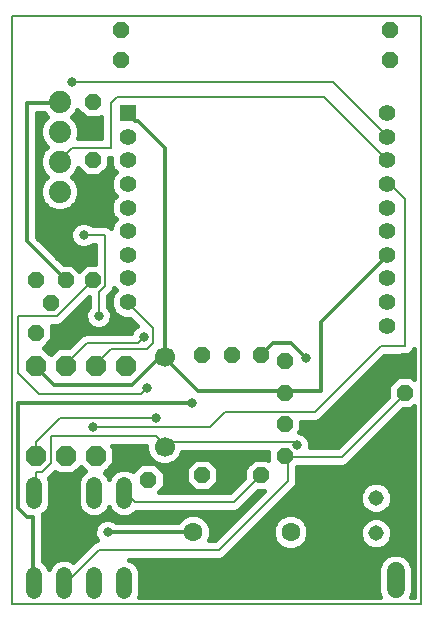
<source format=gbl>
G75*
%MOIN*%
%OFA0B0*%
%FSLAX24Y24*%
%IPPOS*%
%LPD*%
%AMOC8*
5,1,8,0,0,1.08239X$1,22.5*
%
%ADD10C,0.0080*%
%ADD11C,0.0560*%
%ADD12R,0.0560X0.0560*%
%ADD13C,0.0740*%
%ADD14OC8,0.0680*%
%ADD15OC8,0.0560*%
%ADD16OC8,0.0520*%
%ADD17C,0.0600*%
%ADD18C,0.0515*%
%ADD19C,0.0669*%
%ADD20OC8,0.0630*%
%ADD21C,0.0630*%
%ADD22C,0.0520*%
%ADD23C,0.0120*%
%ADD24C,0.0320*%
%ADD25C,0.0160*%
D10*
X002979Y000787D02*
X002979Y020387D01*
X016629Y020387D01*
X016629Y000787D01*
X002979Y000787D01*
X004729Y001487D02*
X004779Y001487D01*
X005879Y002587D01*
X009879Y002587D01*
X012179Y004887D01*
X012179Y005687D01*
X012079Y005737D01*
X012079Y005687D01*
X012179Y005687D01*
X013979Y005687D01*
X016079Y007787D01*
X016079Y007837D01*
X016079Y009387D02*
X015279Y009387D01*
X013079Y007187D01*
X010079Y007187D01*
X009579Y006687D01*
X005679Y006687D01*
X004579Y006987D02*
X003779Y006187D01*
X003779Y005737D01*
X003779Y005187D02*
X003979Y005187D01*
X004279Y005487D01*
X004279Y006387D01*
X007779Y006387D01*
X008079Y006087D01*
X008079Y006037D01*
X008079Y006087D02*
X008179Y006187D01*
X012379Y006187D01*
X012479Y006087D01*
X011279Y005087D02*
X010379Y004187D01*
X007079Y004187D01*
X006779Y004487D01*
X006729Y004487D01*
X007779Y006987D02*
X004579Y006987D01*
X003879Y007787D02*
X003179Y008487D01*
X003179Y010387D01*
X004479Y010387D01*
X005679Y011587D01*
X006079Y011387D02*
X005879Y011187D01*
X005879Y010387D01*
X005479Y009487D02*
X007179Y009487D01*
X007379Y009687D01*
X007679Y009487D02*
X007479Y009287D01*
X006279Y009287D01*
X005779Y008787D01*
X005779Y008737D01*
X005479Y009487D02*
X004779Y008787D01*
X004779Y008737D01*
X003879Y007787D02*
X007279Y007787D01*
X007479Y007987D01*
X007679Y009487D02*
X007679Y009987D01*
X006879Y010787D01*
X006848Y010854D01*
X006079Y011387D02*
X006079Y013087D01*
X005379Y013087D01*
X004579Y015537D02*
X004579Y015587D01*
X004979Y015987D01*
X006279Y015987D01*
X006279Y017487D01*
X006479Y017687D01*
X013379Y017687D01*
X015479Y015587D01*
X015510Y015578D01*
X015510Y014791D02*
X015579Y014787D01*
X016079Y014287D01*
X016079Y009387D01*
X015510Y016365D02*
X015479Y016387D01*
X013679Y018187D01*
X004979Y018187D01*
X003779Y005187D02*
X003779Y004487D01*
X003729Y004487D01*
D11*
X006848Y010066D03*
X006848Y010854D03*
X006848Y011641D03*
X006848Y012428D03*
X006848Y013216D03*
X006848Y014003D03*
X006848Y014791D03*
X006848Y015578D03*
X006848Y016365D03*
X015510Y016365D03*
X015510Y017153D03*
X015510Y015578D03*
X015510Y014791D03*
X015510Y014003D03*
X015510Y013216D03*
X015510Y012428D03*
X015510Y011641D03*
X015510Y010854D03*
X015510Y010066D03*
D12*
X006848Y017153D03*
D13*
X004579Y017537D03*
X004579Y016537D03*
X004579Y015537D03*
X004579Y014537D03*
X004579Y013537D03*
D14*
X004779Y008737D03*
X003779Y008737D03*
X005779Y008737D03*
X006779Y008737D03*
X006779Y005737D03*
X005779Y005737D03*
X004779Y005737D03*
X003779Y005737D03*
D15*
X003779Y009837D03*
X004779Y009837D03*
X007529Y004937D03*
X008529Y004937D03*
X005679Y016537D03*
X005679Y017537D03*
D16*
X006629Y018937D03*
X006629Y019937D03*
X005679Y015587D03*
X005679Y011587D03*
X004779Y011587D03*
X004279Y010837D03*
X003779Y011587D03*
X009329Y009087D03*
X010329Y009087D03*
X011279Y009087D03*
X012079Y008887D03*
X012079Y007837D03*
X012079Y006787D03*
X012079Y005737D03*
X011279Y005087D03*
X010329Y005087D03*
X009329Y005087D03*
X016079Y005737D03*
X016079Y006787D03*
X016079Y007837D03*
X016079Y008887D03*
X015579Y018937D03*
X015579Y019937D03*
D17*
X015779Y001887D02*
X015779Y001287D01*
X014779Y001287D02*
X014779Y001887D01*
D18*
X015129Y003147D03*
X015129Y004328D03*
D19*
X008079Y006037D03*
X008079Y009037D03*
D20*
X009029Y001787D03*
X012279Y001787D03*
D21*
X012279Y003187D03*
X009029Y003187D03*
D22*
X006729Y004227D02*
X006729Y004747D01*
X005729Y004747D02*
X005729Y004227D01*
X004729Y004227D02*
X004729Y004747D01*
X003729Y004747D02*
X003729Y004227D01*
X003729Y001747D02*
X003729Y001227D01*
X004729Y001227D02*
X004729Y001747D01*
X005729Y001747D02*
X005729Y001227D01*
X006729Y001227D02*
X006729Y001747D01*
D23*
X006179Y003187D02*
X009029Y003187D01*
X008179Y003687D02*
X004779Y003687D01*
X004779Y004487D01*
X004729Y004487D01*
X003679Y003687D02*
X003479Y003687D01*
X003179Y003987D01*
X003179Y007487D01*
X008979Y007487D01*
X009179Y007887D02*
X012079Y007887D01*
X012079Y007837D01*
X012079Y007887D02*
X013279Y007887D01*
X013279Y010187D01*
X015479Y012387D01*
X015510Y012428D01*
X012279Y009487D02*
X012779Y008987D01*
X012279Y009487D02*
X011679Y009487D01*
X011279Y009087D01*
X009179Y007887D02*
X008079Y008987D01*
X008079Y009037D01*
X008079Y015987D01*
X007179Y016887D01*
X007079Y016887D01*
X006879Y017087D01*
X006848Y017153D01*
X004579Y017487D02*
X004579Y017537D01*
X004579Y017487D02*
X003479Y017487D01*
X003479Y012887D01*
X004779Y011587D01*
X004779Y009887D02*
X004779Y009837D01*
X004779Y009887D02*
X006679Y009887D01*
X006779Y009987D01*
X006848Y010066D01*
X007879Y008987D02*
X008079Y008987D01*
X007879Y008987D02*
X006979Y008087D01*
X004379Y008087D01*
X003779Y008687D01*
X003779Y008737D01*
X006779Y005737D02*
X006779Y005687D01*
X006979Y005487D01*
X007779Y005487D01*
X008279Y004987D01*
X008479Y004987D01*
X008529Y004937D01*
X008979Y004487D01*
X009679Y004487D01*
X010279Y005087D01*
X010329Y005087D01*
X012279Y001787D02*
X014579Y001787D01*
X014679Y001687D01*
X014779Y001587D01*
X014679Y001687D02*
X015479Y002487D01*
X016079Y002487D01*
X016079Y005737D01*
X006279Y013587D02*
X004579Y013587D01*
X004579Y013537D01*
X003679Y003687D02*
X003679Y001487D01*
X003729Y001487D01*
D24*
X006179Y003187D03*
X008179Y003687D03*
X007779Y006987D03*
X007479Y007987D03*
X007379Y009687D03*
X005879Y010387D03*
X005379Y013087D03*
X006279Y013587D03*
X004979Y018187D03*
X012779Y008987D03*
X012479Y006087D03*
X008979Y007487D03*
X005679Y006687D03*
D25*
X006326Y006067D02*
X007464Y006067D01*
X007464Y005915D01*
X007558Y005689D01*
X007731Y005516D01*
X007957Y005423D01*
X008201Y005423D01*
X008427Y005516D01*
X008600Y005689D01*
X008674Y005867D01*
X011539Y005867D01*
X011539Y005591D01*
X011503Y005627D01*
X011055Y005627D01*
X010739Y005311D01*
X010739Y005000D01*
X010246Y004507D01*
X007891Y004507D01*
X008089Y004705D01*
X008089Y005169D01*
X007761Y005497D01*
X007297Y005497D01*
X007014Y005214D01*
X006836Y005287D01*
X006622Y005287D01*
X006423Y005205D01*
X006123Y005205D01*
X006079Y005161D02*
X006399Y005481D01*
X006399Y005994D01*
X006326Y006067D01*
X006396Y005997D02*
X007464Y005997D01*
X007496Y005839D02*
X006399Y005839D01*
X006399Y005680D02*
X007567Y005680D01*
X007725Y005522D02*
X006399Y005522D01*
X006282Y005363D02*
X007163Y005363D01*
X007895Y005363D02*
X008841Y005363D01*
X008789Y005311D02*
X008789Y004864D01*
X009105Y004547D01*
X009553Y004547D01*
X009869Y004864D01*
X009869Y005311D01*
X009553Y005627D01*
X009105Y005627D01*
X008789Y005311D01*
X008789Y005205D02*
X008053Y005205D01*
X008089Y005046D02*
X008789Y005046D01*
X008789Y004888D02*
X008089Y004888D01*
X008089Y004729D02*
X008923Y004729D01*
X009082Y004571D02*
X007954Y004571D01*
X008433Y005522D02*
X009000Y005522D01*
X008591Y005680D02*
X011539Y005680D01*
X011539Y005839D02*
X008662Y005839D01*
X009576Y004571D02*
X010310Y004571D01*
X010468Y004729D02*
X009735Y004729D01*
X009869Y004888D02*
X010627Y004888D01*
X010739Y005046D02*
X009869Y005046D01*
X009869Y005205D02*
X010739Y005205D01*
X010791Y005363D02*
X009817Y005363D01*
X009658Y005522D02*
X010950Y005522D01*
X011192Y004547D02*
X011386Y004547D01*
X009746Y002907D01*
X009557Y002907D01*
X009624Y003069D01*
X009624Y003306D01*
X009533Y003524D01*
X009366Y003692D01*
X009147Y003782D01*
X008911Y003782D01*
X008692Y003692D01*
X008528Y003527D01*
X006461Y003527D01*
X006428Y003560D01*
X006267Y003627D01*
X006092Y003627D01*
X005930Y003560D01*
X005806Y003437D01*
X005739Y003275D01*
X005739Y003100D01*
X005806Y002938D01*
X005837Y002907D01*
X005815Y002907D01*
X005698Y002859D01*
X005608Y002769D01*
X005040Y002201D01*
X005035Y002205D01*
X004836Y002287D01*
X004622Y002287D01*
X004423Y002205D01*
X004271Y002053D01*
X004229Y001951D01*
X004187Y002053D01*
X004035Y002205D01*
X004019Y002212D01*
X004019Y003755D01*
X004016Y003762D01*
X004035Y003770D01*
X004187Y003922D01*
X004269Y004120D01*
X004269Y004855D01*
X004219Y004975D01*
X004442Y005198D01*
X004522Y005117D01*
X005036Y005117D01*
X005279Y005361D01*
X005431Y005209D01*
X005423Y005205D01*
X005123Y005205D01*
X005271Y005053D02*
X005189Y004855D01*
X005189Y004120D01*
X005271Y003922D01*
X005423Y003770D01*
X005622Y003687D01*
X005836Y003687D01*
X006035Y003770D01*
X006187Y003922D01*
X006229Y004023D01*
X006271Y003922D01*
X006423Y003770D01*
X006622Y003687D01*
X006836Y003687D01*
X007035Y003770D01*
X007133Y003867D01*
X010443Y003867D01*
X010560Y003916D01*
X011192Y004547D01*
X011251Y004412D02*
X011057Y004412D01*
X011093Y004254D02*
X010898Y004254D01*
X010934Y004095D02*
X010740Y004095D01*
X010776Y003937D02*
X010581Y003937D01*
X010617Y003778D02*
X009157Y003778D01*
X008901Y003778D02*
X007044Y003778D01*
X006414Y003778D02*
X006044Y003778D01*
X006073Y003620D02*
X004019Y003620D01*
X004019Y003461D02*
X005831Y003461D01*
X005751Y003303D02*
X004019Y003303D01*
X004019Y003144D02*
X005739Y003144D01*
X005786Y002986D02*
X004019Y002986D01*
X004019Y002827D02*
X005666Y002827D01*
X005508Y002669D02*
X004019Y002669D01*
X004019Y002510D02*
X005349Y002510D01*
X005191Y002352D02*
X004019Y002352D01*
X004047Y002193D02*
X004411Y002193D01*
X004264Y002035D02*
X004194Y002035D01*
X004044Y003778D02*
X005414Y003778D01*
X005265Y003937D02*
X004193Y003937D01*
X004259Y004095D02*
X005199Y004095D01*
X005189Y004254D02*
X004269Y004254D01*
X004269Y004412D02*
X005189Y004412D01*
X005189Y004571D02*
X004269Y004571D01*
X004269Y004729D02*
X005189Y004729D01*
X005203Y004888D02*
X004255Y004888D01*
X004291Y005046D02*
X005268Y005046D01*
X005271Y005053D02*
X005423Y005205D01*
X006079Y005161D02*
X006187Y005053D01*
X006229Y004951D01*
X006271Y005053D01*
X006423Y005205D01*
X006268Y005046D02*
X006190Y005046D01*
X006193Y003937D02*
X006265Y003937D01*
X006285Y003620D02*
X008620Y003620D01*
X009438Y003620D02*
X010459Y003620D01*
X010300Y003461D02*
X009560Y003461D01*
X009624Y003303D02*
X010142Y003303D01*
X009983Y003144D02*
X009624Y003144D01*
X009590Y002986D02*
X009825Y002986D01*
X010255Y002510D02*
X016389Y002510D01*
X016389Y002352D02*
X016135Y002352D01*
X016108Y002379D02*
X015894Y002467D01*
X015664Y002467D01*
X015450Y002379D01*
X015287Y002216D01*
X015199Y002003D01*
X015199Y001172D01*
X015259Y001027D01*
X007231Y001027D01*
X007269Y001120D01*
X007269Y001855D01*
X007187Y002053D01*
X007035Y002205D01*
X006885Y002267D01*
X009943Y002267D01*
X010060Y002316D01*
X012360Y004616D01*
X012450Y004706D01*
X012499Y004824D01*
X012499Y005367D01*
X014043Y005367D01*
X014160Y005416D01*
X014250Y005506D01*
X016042Y007297D01*
X016303Y007297D01*
X016389Y007384D01*
X016389Y001027D01*
X016299Y001027D01*
X016359Y001172D01*
X016359Y002003D01*
X016271Y002216D01*
X016108Y002379D01*
X016280Y002193D02*
X016389Y002193D01*
X016389Y002035D02*
X016346Y002035D01*
X016359Y001876D02*
X016389Y001876D01*
X016389Y001718D02*
X016359Y001718D01*
X016359Y001559D02*
X016389Y001559D01*
X016389Y001401D02*
X016359Y001401D01*
X016359Y001242D02*
X016389Y001242D01*
X016389Y001084D02*
X016323Y001084D01*
X015236Y001084D02*
X007254Y001084D01*
X007269Y001242D02*
X015199Y001242D01*
X015199Y001401D02*
X007269Y001401D01*
X007269Y001559D02*
X015199Y001559D01*
X015199Y001718D02*
X007269Y001718D01*
X007260Y001876D02*
X015199Y001876D01*
X015212Y002035D02*
X007194Y002035D01*
X007047Y002193D02*
X015278Y002193D01*
X015423Y002352D02*
X010096Y002352D01*
X010413Y002669D02*
X011976Y002669D01*
X011942Y002683D02*
X012161Y002592D01*
X012397Y002592D01*
X012616Y002683D01*
X012783Y002850D01*
X012874Y003069D01*
X012874Y003306D01*
X012783Y003524D01*
X012616Y003692D01*
X012397Y003782D01*
X012161Y003782D01*
X011942Y003692D01*
X011775Y003524D01*
X011684Y003306D01*
X011684Y003069D01*
X011775Y002850D01*
X011942Y002683D01*
X011798Y002827D02*
X010572Y002827D01*
X010730Y002986D02*
X011718Y002986D01*
X011684Y003144D02*
X010889Y003144D01*
X011047Y003303D02*
X011684Y003303D01*
X011749Y003461D02*
X011206Y003461D01*
X011364Y003620D02*
X011870Y003620D01*
X012151Y003778D02*
X011523Y003778D01*
X011681Y003937D02*
X014760Y003937D01*
X014825Y003872D02*
X014673Y004024D01*
X014592Y004221D01*
X014592Y004435D01*
X014673Y004632D01*
X014825Y004784D01*
X015022Y004865D01*
X015236Y004865D01*
X015433Y004784D01*
X015585Y004632D01*
X015667Y004435D01*
X015667Y004221D01*
X015585Y004024D01*
X015433Y003872D01*
X015236Y003791D01*
X015022Y003791D01*
X014825Y003872D01*
X014825Y003603D02*
X015022Y003684D01*
X015236Y003684D01*
X015433Y003603D01*
X015585Y003451D01*
X015667Y003254D01*
X015667Y003040D01*
X015585Y002842D01*
X015433Y002691D01*
X015236Y002609D01*
X015022Y002609D01*
X014825Y002691D01*
X014673Y002842D01*
X014592Y003040D01*
X014592Y003254D01*
X014673Y003451D01*
X014825Y003603D01*
X014867Y003620D02*
X012688Y003620D01*
X012810Y003461D02*
X014683Y003461D01*
X014612Y003303D02*
X012874Y003303D01*
X012874Y003144D02*
X014592Y003144D01*
X014614Y002986D02*
X012840Y002986D01*
X012760Y002827D02*
X014688Y002827D01*
X014878Y002669D02*
X012582Y002669D01*
X012407Y003778D02*
X016389Y003778D01*
X016389Y003620D02*
X015391Y003620D01*
X015575Y003461D02*
X016389Y003461D01*
X016389Y003303D02*
X015646Y003303D01*
X015667Y003144D02*
X016389Y003144D01*
X016389Y002986D02*
X015644Y002986D01*
X015570Y002827D02*
X016389Y002827D01*
X016389Y002669D02*
X015380Y002669D01*
X015498Y003937D02*
X016389Y003937D01*
X016389Y004095D02*
X015614Y004095D01*
X015667Y004254D02*
X016389Y004254D01*
X016389Y004412D02*
X015667Y004412D01*
X015610Y004571D02*
X016389Y004571D01*
X016389Y004729D02*
X015488Y004729D01*
X014770Y004729D02*
X012460Y004729D01*
X012499Y004888D02*
X016389Y004888D01*
X016389Y005046D02*
X012499Y005046D01*
X012499Y005205D02*
X016389Y005205D01*
X016389Y005363D02*
X012499Y005363D01*
X012919Y006007D02*
X012919Y006175D01*
X012852Y006337D01*
X012728Y006460D01*
X012578Y006523D01*
X012619Y006564D01*
X012619Y006867D01*
X013143Y006867D01*
X013260Y006916D01*
X013350Y007006D01*
X015412Y009067D01*
X016143Y009067D01*
X016260Y009116D01*
X016350Y009206D01*
X016389Y009300D01*
X016389Y008291D01*
X016303Y008377D01*
X015855Y008377D01*
X015539Y008061D01*
X015539Y007700D01*
X013846Y006007D01*
X012919Y006007D01*
X012919Y006156D02*
X013995Y006156D01*
X014153Y006314D02*
X012861Y006314D01*
X012698Y006473D02*
X014312Y006473D01*
X014470Y006631D02*
X012619Y006631D01*
X012619Y006790D02*
X014629Y006790D01*
X014787Y006948D02*
X013293Y006948D01*
X013451Y007107D02*
X014946Y007107D01*
X015104Y007265D02*
X013610Y007265D01*
X013768Y007424D02*
X015263Y007424D01*
X015421Y007582D02*
X013927Y007582D01*
X014085Y007741D02*
X015539Y007741D01*
X015539Y007899D02*
X014244Y007899D01*
X014402Y008058D02*
X015539Y008058D01*
X015694Y008216D02*
X014561Y008216D01*
X014719Y008375D02*
X015853Y008375D01*
X016305Y008375D02*
X016389Y008375D01*
X016389Y008533D02*
X014878Y008533D01*
X015036Y008692D02*
X016389Y008692D01*
X016389Y008850D02*
X015195Y008850D01*
X015353Y009009D02*
X016389Y009009D01*
X016389Y009167D02*
X016312Y009167D01*
X016389Y007265D02*
X016010Y007265D01*
X015851Y007107D02*
X016389Y007107D01*
X016389Y006948D02*
X015693Y006948D01*
X015534Y006790D02*
X016389Y006790D01*
X016389Y006631D02*
X015376Y006631D01*
X015217Y006473D02*
X016389Y006473D01*
X016389Y006314D02*
X015059Y006314D01*
X014900Y006156D02*
X016389Y006156D01*
X016389Y005997D02*
X014742Y005997D01*
X014583Y005839D02*
X016389Y005839D01*
X016389Y005680D02*
X014425Y005680D01*
X014266Y005522D02*
X016389Y005522D01*
X014648Y004571D02*
X012315Y004571D01*
X012157Y004412D02*
X014592Y004412D01*
X014592Y004254D02*
X011998Y004254D01*
X011840Y004095D02*
X014644Y004095D01*
X007147Y010067D02*
X007130Y010060D01*
X007006Y009937D01*
X006952Y009807D01*
X005415Y009807D01*
X005298Y009759D01*
X005208Y009669D01*
X004896Y009357D01*
X004522Y009357D01*
X004279Y009114D01*
X004063Y009330D01*
X004339Y009605D01*
X004339Y010067D01*
X004543Y010067D01*
X004660Y010116D01*
X005559Y011015D01*
X005559Y010690D01*
X005506Y010637D01*
X005439Y010475D01*
X005439Y010300D01*
X005506Y010138D01*
X005630Y010014D01*
X005792Y009947D01*
X005967Y009947D01*
X006128Y010014D01*
X006252Y010138D01*
X006319Y010300D01*
X006319Y010475D01*
X006252Y010637D01*
X006199Y010690D01*
X006199Y011055D01*
X006260Y011116D01*
X006350Y011206D01*
X006392Y011306D01*
X006450Y011247D01*
X006374Y011171D01*
X006288Y010965D01*
X006288Y010742D01*
X006374Y010536D01*
X006531Y010379D01*
X006737Y010294D01*
X006920Y010294D01*
X007147Y010067D01*
X007095Y010118D02*
X006232Y010118D01*
X006310Y010277D02*
X006937Y010277D01*
X007029Y009960D02*
X005997Y009960D01*
X005761Y009960D02*
X004339Y009960D01*
X004339Y009801D02*
X005401Y009801D01*
X005526Y010118D02*
X004663Y010118D01*
X004821Y010277D02*
X005449Y010277D01*
X005439Y010435D02*
X004980Y010435D01*
X005138Y010594D02*
X005488Y010594D01*
X005559Y010752D02*
X005297Y010752D01*
X005455Y010911D02*
X005559Y010911D01*
X006199Y010911D02*
X006288Y010911D01*
X006288Y010752D02*
X006199Y010752D01*
X006270Y010594D02*
X006350Y010594D01*
X006319Y010435D02*
X006474Y010435D01*
X006332Y011069D02*
X006214Y011069D01*
X006359Y011228D02*
X006431Y011228D01*
X005759Y012127D02*
X005455Y012127D01*
X005229Y011901D01*
X005003Y012127D01*
X004720Y012127D01*
X003819Y013028D01*
X003819Y017147D01*
X004050Y017147D01*
X004160Y017037D01*
X004028Y016906D01*
X003929Y016667D01*
X003929Y016408D01*
X004028Y016169D01*
X004160Y016037D01*
X004028Y015906D01*
X003929Y015667D01*
X003929Y015408D01*
X004028Y015169D01*
X004160Y015037D01*
X004028Y014906D01*
X003929Y014667D01*
X003929Y014408D01*
X004028Y014169D01*
X004211Y013986D01*
X004450Y013887D01*
X004708Y013887D01*
X004947Y013986D01*
X005130Y014169D01*
X005229Y014408D01*
X005229Y014667D01*
X005130Y014906D01*
X004998Y015037D01*
X005130Y015169D01*
X005190Y015313D01*
X005455Y015047D01*
X005903Y015047D01*
X006219Y015364D01*
X006219Y015667D01*
X006288Y015667D01*
X006288Y015467D01*
X006374Y015261D01*
X006450Y015184D01*
X006374Y015108D01*
X006288Y014902D01*
X006288Y014679D01*
X006374Y014473D01*
X006450Y014397D01*
X006374Y014320D01*
X006288Y014115D01*
X006288Y013892D01*
X006374Y013686D01*
X006450Y013609D01*
X006374Y013533D01*
X006289Y013330D01*
X006260Y013359D01*
X006143Y013407D01*
X005681Y013407D01*
X005628Y013460D01*
X005467Y013527D01*
X005292Y013527D01*
X005130Y013460D01*
X005006Y013337D01*
X004939Y013175D01*
X004939Y013000D01*
X005006Y012838D01*
X005130Y012714D01*
X005292Y012647D01*
X005467Y012647D01*
X005628Y012714D01*
X005681Y012767D01*
X005759Y012767D01*
X005759Y012127D01*
X005759Y012179D02*
X004668Y012179D01*
X004510Y012337D02*
X005759Y012337D01*
X005759Y012496D02*
X004351Y012496D01*
X004193Y012654D02*
X005275Y012654D01*
X005484Y012654D02*
X005759Y012654D01*
X005348Y012020D02*
X005110Y012020D01*
X005031Y012813D02*
X004034Y012813D01*
X003876Y012971D02*
X004951Y012971D01*
X004939Y013130D02*
X003819Y013130D01*
X003819Y013288D02*
X004986Y013288D01*
X005116Y013447D02*
X003819Y013447D01*
X003819Y013605D02*
X006446Y013605D01*
X006341Y013764D02*
X003819Y013764D01*
X003819Y013922D02*
X004365Y013922D01*
X004116Y014081D02*
X003819Y014081D01*
X003819Y014239D02*
X003999Y014239D01*
X003933Y014398D02*
X003819Y014398D01*
X003819Y014556D02*
X003929Y014556D01*
X003949Y014715D02*
X003819Y014715D01*
X003819Y014873D02*
X004015Y014873D01*
X004154Y015032D02*
X003819Y015032D01*
X003819Y015190D02*
X004019Y015190D01*
X003954Y015349D02*
X003819Y015349D01*
X003819Y015507D02*
X003929Y015507D01*
X003929Y015666D02*
X003819Y015666D01*
X003819Y015824D02*
X003994Y015824D01*
X004105Y015983D02*
X003819Y015983D01*
X003819Y016141D02*
X004056Y016141D01*
X003974Y016300D02*
X003819Y016300D01*
X003819Y016458D02*
X003929Y016458D01*
X003929Y016617D02*
X003819Y016617D01*
X003819Y016775D02*
X003974Y016775D01*
X004056Y016934D02*
X003819Y016934D01*
X003819Y017092D02*
X004105Y017092D01*
X004998Y017037D02*
X005130Y017169D01*
X005167Y017258D01*
X005447Y016977D01*
X005911Y016977D01*
X005959Y017025D01*
X005959Y016307D01*
X005187Y016307D01*
X005229Y016408D01*
X005229Y016667D01*
X005130Y016906D01*
X004998Y017037D01*
X005053Y017092D02*
X005332Y017092D01*
X005174Y017251D02*
X005164Y017251D01*
X005102Y016934D02*
X005959Y016934D01*
X005959Y016775D02*
X005184Y016775D01*
X005229Y016617D02*
X005959Y016617D01*
X005959Y016458D02*
X005229Y016458D01*
X006219Y015666D02*
X006288Y015666D01*
X006288Y015507D02*
X006219Y015507D01*
X006204Y015349D02*
X006337Y015349D01*
X006444Y015190D02*
X006046Y015190D01*
X006342Y015032D02*
X005004Y015032D01*
X005139Y015190D02*
X005312Y015190D01*
X005143Y014873D02*
X006288Y014873D01*
X006288Y014715D02*
X005209Y014715D01*
X005229Y014556D02*
X006339Y014556D01*
X006449Y014398D02*
X005225Y014398D01*
X005159Y014239D02*
X006340Y014239D01*
X006288Y014081D02*
X005042Y014081D01*
X004793Y013922D02*
X006288Y013922D01*
X006338Y013447D02*
X005642Y013447D01*
X005182Y009643D02*
X004339Y009643D01*
X004218Y009484D02*
X005023Y009484D01*
X004491Y009326D02*
X004067Y009326D01*
X004226Y009167D02*
X004332Y009167D01*
M02*

</source>
